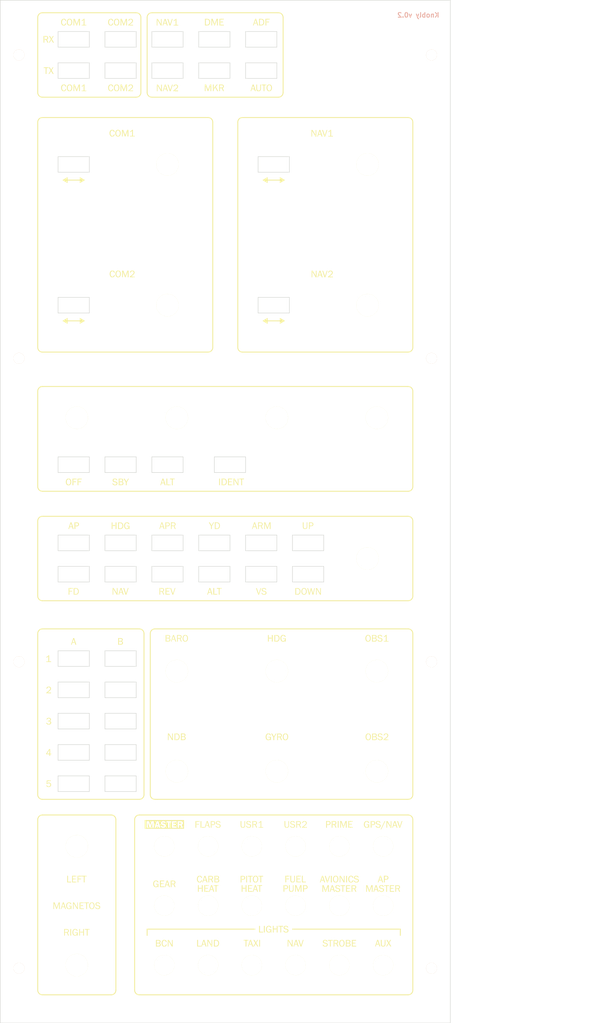
<source format=kicad_pcb>
(kicad_pcb (version 4) (host pcbnew 4.0.2-stable)
  (title_block (title "Front Plate"))
  (layers (0 F.Cu signal) (31 B.Cu signal) (34 B.Paste user) (35 F.Paste user) (36 B.SilkS user) (37 F.SilkS user) (38 B.Mask user) (39 F.Mask user) (44 Edge.Cuts user))
  (net 0 "")
  (module FrontPanelElements:s_master (layer F.Cu) (at 164 314)
    (fp_text reference G*** hide)
    (fp_text value LOGO hide)
  )
  (module FrontPanelElements:s_master (layer F.Cu) (at 150 314)
    (fp_text reference G*** hide)
    (fp_text value LOGO hide)
  )
  (module FrontPanelElements:s_com2 (layer F.Cu) (at 80 37)
    (fp_text reference G*** hide)
    (fp_text value LOGO hide)
  )
  (module FrontPanelElements:s_com1 (layer F.Cu) (at 65 37)
    (fp_text reference G*** hide)
    (fp_text value LOGO hide)
  )
  (module FrontPanelElements:ki_com1 (layer F.Cu) (at 100.5 76)
    (fp_text reference G*** hide)
    (fp_text value LOGO hide)
  )
  (module FrontPanelElements:ki_com1 (layer F.Cu) (at 227.5 101)
    (fp_text reference G*** hide)
    (fp_text value LOGO hide)
  )
  (module FrontPanelElements:ki_com1 (layer F.Cu) (at 234.5 265)
    (fp_text reference G*** hide)
    (fp_text value LOGO hide)
  )
  (module FrontPanelElements:s_com1 (layer F.Cu) (at 65 58)
    (fp_text reference G*** hide)
    (fp_text value LOGO hide)
  )
  (module FrontPanelElements:s_com2 (layer F.Cu) (at 80 58)
    (fp_text reference G*** hide)
    (fp_text value LOGO hide)
  )
  (module FrontPanelElements:s_rx (layer F.Cu) (at 57 42.5)
    (fp_text reference G*** hide)
    (fp_text value LOGO hide)
  )
  (module FrontPanelElements:s_tx (layer F.Cu) (at 57 52.5)
    (fp_text reference G*** hide)
    (fp_text value LOGO hide)
  )
  (module FrontPanelElements:s_nav1 (layer F.Cu) (at 95 37)
    (fp_text reference G*** hide)
    (fp_text value LOGO hide)
  )
  (module FrontPanelElements:s_nav2 (layer F.Cu) (at 95 58)
    (fp_text reference G*** hide)
    (fp_text value LOGO hide)
  )
  (module FrontPanelElements:s_dme (layer F.Cu) (at 110 37)
    (fp_text reference G*** hide)
    (fp_text value LOGO hide)
  )
  (module FrontPanelElements:s_mkr (layer F.Cu) (at 110 58)
    (fp_text reference G*** hide)
    (fp_text value LOGO hide)
  )
  (module FrontPanelElements:s_adf (layer F.Cu) (at 125 37)
    (fp_text reference G*** hide)
    (fp_text value LOGO hide)
  )
  (module FrontPanelElements:s_auto (layer F.Cu) (at 125 58)
    (fp_text reference G*** hide)
    (fp_text value LOGO hide)
  )
  (module FrontPanelElements:s_off (layer F.Cu) (at 65 184)
    (fp_text reference G*** hide)
    (fp_text value LOGO hide)
  )
  (module FrontPanelElements:s_sby (layer F.Cu) (at 80 184)
    (fp_text reference G*** hide)
    (fp_text value LOGO hide)
  )
  (module FrontPanelElements:s_alt (layer F.Cu) (at 95 184)
    (fp_text reference G*** hide)
    (fp_text value LOGO hide)
  )
  (module FrontPanelElements:s_ident (layer F.Cu) (at 115.5 184)
    (fp_text reference G*** hide)
    (fp_text value LOGO hide)
  )
  (module FrontPanelElements:s_obs1 (layer F.Cu) (at 162 234)
    (fp_text reference G*** hide)
    (fp_text value LOGO hide)
  )
  (module FrontPanelElements:s_obs2 (layer F.Cu) (at 162 265.5)
    (fp_text reference G*** hide)
    (fp_text value LOGO hide)
  )
  (module FrontPanelElements:s_gyro (layer F.Cu) (at 130 265.5)
    (fp_text reference G*** hide)
    (fp_text value LOGO hide)
  )
  (module FrontPanelElements:s_hdg (layer F.Cu) (at 130 234)
    (fp_text reference G*** hide)
    (fp_text value LOGO hide)
  )
  (module FrontPanelElements:s_ndb (layer F.Cu) (at 98 265.5)
    (fp_text reference G*** hide)
    (fp_text value LOGO hide)
  )
  (module FrontPanelElements:s_a (layer F.Cu) (at 65 235)
    (fp_text reference G*** hide)
    (fp_text value LOGO hide)
  )
  (module FrontPanelElements:s_b (layer F.Cu) (at 80 235)
    (fp_text reference G*** hide)
    (fp_text value LOGO hide)
  )
  (module FrontPanelElements:s_1 (layer F.Cu) (at 57 240.5)
    (fp_text reference G*** hide)
    (fp_text value LOGO hide)
  )
  (module FrontPanelElements:s_2 (layer F.Cu) (at 57 250.5)
    (fp_text reference G*** hide)
    (fp_text value LOGO hide)
  )
  (module FrontPanelElements:s_3 (layer F.Cu) (at 57 260.5)
    (fp_text reference G*** hide)
    (fp_text value LOGO hide)
  )
  (module FrontPanelElements:s_4 (layer F.Cu) (at 57 270.5)
    (fp_text reference G*** hide)
    (fp_text value LOGO hide)
  )
  (module FrontPanelElements:s_5 (layer F.Cu) (at 57 280.5)
    (fp_text reference G*** hide)
    (fp_text value LOGO hide)
  )
  (module FrontPanelElements:s_taxi (layer F.Cu) (at 122 331.5)
    (fp_text reference G*** hide)
    (fp_text value LOGO hide)
  )
  (module FrontPanelElements:s_nav (layer F.Cu) (at 136 331.5)
    (fp_text reference G*** hide)
    (fp_text value LOGO hide)
  )
  (module FrontPanelElements:s_bcn (layer F.Cu) (at 94 331.5)
    (fp_text reference G*** hide)
    (fp_text value LOGO hide)
  )
  (module FrontPanelElements:s_land (layer F.Cu) (at 108 331.5)
    (fp_text reference G*** hide)
    (fp_text value LOGO hide)
  )
  (module FrontPanelElements:s_strobe (layer F.Cu) (at 150 331.5)
    (fp_text reference G*** hide)
    (fp_text value LOGO hide)
  )
  (module FrontPanelElements:s_fuel (layer F.Cu) (at 136 311)
    (fp_text reference G*** hide)
    (fp_text value LOGO hide)
  )
  (module FrontPanelElements:s_pump (layer F.Cu) (at 136 314)
    (fp_text reference G*** hide)
    (fp_text value LOGO hide)
  )
  (module FrontPanelElements:s_carb (layer F.Cu) (at 108 311)
    (fp_text reference G*** hide)
    (fp_text value LOGO hide)
  )
  (module FrontPanelElements:s_pitot (layer F.Cu) (at 122 311)
    (fp_text reference G*** hide)
    (fp_text value LOGO hide)
  )
  (module FrontPanelElements:s_heat (layer F.Cu) (at 108 314)
    (fp_text reference G*** hide)
    (fp_text value LOGO hide)
  )
  (module FrontPanelElements:s_heat (layer F.Cu) (at 122 314)
    (fp_text reference G*** hide)
    (fp_text value LOGO hide)
  )
  (module FrontPanelElements:s_prime (layer F.Cu) (at 150 293.5)
    (fp_text reference G*** hide)
    (fp_text value LOGO hide)
  )
  (module FrontPanelElements:s_avionics (layer F.Cu) (at 150 311)
    (fp_text reference G*** hide)
    (fp_text value LOGO hide)
  )
  (module FrontPanelElements:s_gpsnav (layer F.Cu) (at 164 293.75)
    (fp_text reference G*** hide)
    (fp_text value LOGO hide)
  )
  (module FrontPanelElements:s_aux (layer F.Cu) (at 164 331.5)
    (fp_text reference G*** hide)
    (fp_text value LOGO hide)
  )
  (module FrontPanelElements:s_lights (layer F.Cu) (at 129 327)
    (fp_text reference G*** hide)
    (fp_text value LOGO hide)
  )
  (module FrontPanelElements:s_gear (layer F.Cu) (at 94 312.5)
    (fp_text reference G*** hide)
    (fp_text value LOGO hide)
  )
  (module FrontPanelElements:s_ap (layer F.Cu) (at 164 311)
    (fp_text reference G*** hide)
    (fp_text value LOGO hide)
  )
  (module FrontPanelElements:i_master (layer F.Cu) (at 94 293.5)
    (fp_text reference G*** hide)
    (fp_text value LOGO hide)
  )
  (module FrontPanelElements:s_flaps (layer F.Cu) (at 108 293.5)
    (fp_text reference G*** hide)
    (fp_text value LOGO hide)
  )
  (module FrontPanelElements:s_left (layer F.Cu) (at 66 311)
    (fp_text reference G*** hide)
    (fp_text value LOGO hide)
  )
  (module FrontPanelElements:s_right (layer F.Cu) (at 66 328)
    (fp_text reference G*** hide)
    (fp_text value LOGO hide)
  )
  (module FrontPanelElements:s_magnetos (layer F.Cu) (at 66 319.5)
    (fp_text reference G*** hide)
    (fp_text value LOGO hide)
  )
  (module FrontPanelElements:s_usr1 (layer F.Cu) (at 122 293.5)
    (fp_text reference G*** hide)
    (fp_text value LOGO hide)
  )
  (module FrontPanelElements:s_usr2 (layer F.Cu) (at 136 293.5)
    (fp_text reference G*** hide)
    (fp_text value LOGO hide)
  )
  (module FrontPanelElements:s_ap (layer F.Cu) (at 65 198)
    (fp_text reference G*** hide)
    (fp_text value LOGO hide)
  )
  (module FrontPanelElements:s_fd (layer F.Cu) (at 65 219)
    (fp_text reference G*** hide)
    (fp_text value LOGO hide)
  )
  (module FrontPanelElements:s_hdg (layer F.Cu) (at 80 198)
    (fp_text reference G*** hide)
    (fp_text value LOGO hide)
  )
  (module FrontPanelElements:s_nav (layer F.Cu) (at 80 219)
    (fp_text reference G*** hide)
    (fp_text value LOGO hide)
  )
  (module FrontPanelElements:s_apr (layer F.Cu) (at 95 198)
    (fp_text reference G*** hide)
    (fp_text value LOGO hide)
  )
  (module FrontPanelElements:s_rev (layer F.Cu) (at 95 219)
    (fp_text reference G*** hide)
    (fp_text value LOGO hide)
  )
  (module FrontPanelElements:s_yd (layer F.Cu) (at 110 198)
    (fp_text reference G*** hide)
    (fp_text value LOGO hide)
  )
  (module FrontPanelElements:s_alt (layer F.Cu) (at 110 219)
    (fp_text reference G*** hide)
    (fp_text value LOGO hide)
  )
  (module FrontPanelElements:s_arm (layer F.Cu) (at 125 198)
    (fp_text reference G*** hide)
    (fp_text value LOGO hide)
  )
  (module FrontPanelElements:s_vs (layer F.Cu) (at 125 219)
    (fp_text reference G*** hide)
    (fp_text value LOGO hide)
  )
  (module FrontPanelElements:s_up (layer F.Cu) (at 140 198)
    (fp_text reference G*** hide)
    (fp_text value LOGO hide)
  )
  (module FrontPanelElements:s_down (layer F.Cu) (at 140 219)
    (fp_text reference G*** hide)
    (fp_text value LOGO hide)
  )
  (module FrontPanelElements:arrow (layer F.Cu) (at 65 87.5)
    (fp_text reference G*** hide)
    (fp_text value LOGO hide)
  )
  (module FrontPanelElements:arrow (layer F.Cu) (at 129 87.5)
    (fp_text reference G*** hide)
    (fp_text value LOGO hide)
  )
  (module FrontPanelElements:arrow (layer F.Cu) (at 129 132.5)
    (fp_text reference G*** hide)
    (fp_text value LOGO hide)
  )
  (module FrontPanelElements:arrow (layer F.Cu) (at 65 132.5)
    (fp_text reference G*** hide)
    (fp_text value LOGO hide)
  )
  (module FrontPanelElements:s_com1 (layer F.Cu) (at 80.5 72.5)
    (fp_text reference G*** hide)
    (fp_text value LOGO hide)
  )
  (module FrontPanelElements:s_com2 (layer F.Cu) (at 80.5 117.5)
    (fp_text reference G*** hide)
    (fp_text value LOGO hide)
  )
  (module FrontPanelElements:s_nav1 (layer F.Cu) (at 144.5 72.5)
    (fp_text reference G*** hide)
    (fp_text value LOGO hide)
  )
  (module FrontPanelElements:s_nav2 (layer F.Cu) (at 144.5 117.5)
    (fp_text reference G*** hide)
    (fp_text value LOGO hide)
  )
  (module Mounting_Holes:M3hole (layer F.Cu) (at 47.5 47.5)
    (fp_text reference REF** hide)
    (fp_text value M3hole)
    (pad "" np_thru_hole circle (at 0 0) (size 3.5 3.5) (drill 3.5) (layers *.Cu *.SilkS *.Mask))
  )
  (module Mounting_Holes:M3hole (layer F.Cu) (at 47.5 339.5)
    (fp_text reference REF** hide)
    (fp_text value M3hole)
    (pad "" np_thru_hole circle (at 0 0) (size 3.5 3.5) (drill 3.5) (layers *.Cu *.SilkS *.Mask))
  )
  (module Mounting_Holes:M3hole (layer F.Cu) (at 47.5 144.5)
    (fp_text reference REF** hide)
    (fp_text value M3hole)
    (pad "" np_thru_hole circle (at 0 0) (size 3.5 3.5) (drill 3.5) (layers *.Cu *.SilkS *.Mask))
  )
  (module Mounting_Holes:M3hole (layer F.Cu) (at 47.5 241.5)
    (fp_text reference REF** hide)
    (fp_text value M3hole)
    (pad "" np_thru_hole circle (at 0 0) (size 3.5 3.5) (drill 3.5) (layers *.Cu *.SilkS *.Mask))
  )
  (module Mounting_Holes:M3hole (layer F.Cu) (at 179.5 144.5)
    (fp_text reference REF** hide)
    (fp_text value M3hole)
    (pad "" np_thru_hole circle (at 0 0) (size 3.5 3.5) (drill 3.5) (layers *.Cu *.SilkS *.Mask))
  )
  (module Mounting_Holes:M3hole (layer F.Cu) (at 179.5 47.5)
    (fp_text reference REF** hide)
    (fp_text value M3hole)
    (pad "" np_thru_hole circle (at 0 0) (size 3.5 3.5) (drill 3.5) (layers *.Cu *.SilkS *.Mask))
  )
  (module Mounting_Holes:M3hole (layer F.Cu) (at 179.5 241.5)
    (fp_text reference REF** hide)
    (fp_text value M3hole)
    (pad "" np_thru_hole circle (at 0 0) (size 3.5 3.5) (drill 3.5) (layers *.Cu *.SilkS *.Mask))
  )
  (module Mounting_Holes:M3hole (layer F.Cu) (at 179.5 339.5)
    (fp_text reference REF** hide)
    (fp_text value M3hole)
    (pad "" np_thru_hole circle (at 0 0) (size 3.5 3.5) (drill 3.5) (layers *.Cu *.SilkS *.Mask))
  )
  (module Mounting_Holes:M7hole (layer F.Cu) (at 66 338.5)
    (fp_text reference REF** hide)
    (fp_text value M7hole)
    (pad "" np_thru_hole circle (at 0 0) (size 7.2 7.2) (drill 7.2) (layers *.Cu *.Mask F.SilkS))
  )
  (module Mounting_Holes:M7hole (layer F.Cu) (at 66 300.5)
    (fp_text reference REF** hide)
    (fp_text value M7hole)
    (pad "" np_thru_hole circle (at 0 0) (size 7.2 7.2) (drill 7.2) (layers *.Cu *.Mask F.SilkS))
  )
  (module Mounting_Holes:M7hole (layer F.Cu) (at 162 276.5)
    (fp_text reference REF** hide)
    (fp_text value M7hole)
    (pad "" np_thru_hole circle (at 0 0) (size 7.2 7.2) (drill 7.2) (layers *.Cu *.Mask F.SilkS))
  )
  (module Mounting_Holes:M7hole (layer F.Cu) (at 130 276.5)
    (fp_text reference REF** hide)
    (fp_text value M7hole)
    (pad "" np_thru_hole circle (at 0 0) (size 7.2 7.2) (drill 7.2) (layers *.Cu *.Mask F.SilkS))
  )
  (module Mounting_Holes:M7hole (layer F.Cu) (at 98 244.5)
    (fp_text reference REF** hide)
    (fp_text value M7hole)
    (pad "" np_thru_hole circle (at 0 0) (size 7.2 7.2) (drill 7.2) (layers *.Cu *.Mask F.SilkS))
  )
  (module Mounting_Holes:M7hole (layer F.Cu) (at 98 276.5)
    (fp_text reference REF** hide)
    (fp_text value M7hole)
    (pad "" np_thru_hole circle (at 0 0) (size 7.2 7.2) (drill 7.2) (layers *.Cu *.Mask F.SilkS))
  )
  (module Mounting_Holes:M7hole (layer F.Cu) (at 130 244.5)
    (fp_text reference REF** hide)
    (fp_text value M7hole)
    (pad "" np_thru_hole circle (at 0 0) (size 7.2 7.2) (drill 7.2) (layers *.Cu *.Mask F.SilkS))
  )
  (module Mounting_Holes:M7hole (layer F.Cu) (at 162 244.5)
    (fp_text reference REF** hide)
    (fp_text value M7hole)
    (pad "" np_thru_hole circle (at 0 0) (size 7.2 7.2) (drill 7.2) (layers *.Cu *.Mask F.SilkS))
  )
  (module Mounting_Holes:M7hole (layer F.Cu) (at 159 208.5)
    (fp_text reference REF** hide)
    (fp_text value M7hole)
    (pad "" np_thru_hole circle (at 0 0) (size 7.2 7.2) (drill 7.2) (layers *.Cu *.Mask F.SilkS))
  )
  (module Mounting_Holes:M7hole (layer F.Cu) (at 162 163.5)
    (fp_text reference REF** hide)
    (fp_text value M7hole)
    (pad "" np_thru_hole circle (at 0 0) (size 7.2 7.2) (drill 7.2) (layers *.Cu *.Mask F.SilkS))
  )
  (module Mounting_Holes:M7hole (layer F.Cu) (at 130 163.5)
    (fp_text reference REF** hide)
    (fp_text value M7hole)
    (pad "" np_thru_hole circle (at 0 0) (size 7.2 7.2) (drill 7.2) (layers *.Cu *.Mask F.SilkS))
  )
  (module Mounting_Holes:M7hole (layer F.Cu) (at 98 163.5)
    (fp_text reference REF** hide)
    (fp_text value M7hole)
    (pad "" np_thru_hole circle (at 0 0) (size 7.2 7.2) (drill 7.2) (layers *.Cu *.Mask F.SilkS))
  )
  (module Mounting_Holes:M7hole (layer F.Cu) (at 66 163.5)
    (fp_text reference REF** hide)
    (fp_text value M7hole)
    (pad "" np_thru_hole circle (at 0 0) (size 7.2 7.2) (drill 7.2) (layers *.Cu *.Mask F.SilkS))
  )
  (module Mounting_Holes:M7hole (layer F.Cu) (at 95 127.5)
    (fp_text reference REF** hide)
    (fp_text value M7hole)
    (pad "" np_thru_hole circle (at 0 0) (size 7.2 7.2) (drill 7.2) (layers *.Cu *.Mask F.SilkS))
  )
  (module Mounting_Holes:M7hole (layer F.Cu) (at 159 127.5)
    (fp_text reference REF** hide)
    (fp_text value M7hole)
    (pad "" np_thru_hole circle (at 0 0) (size 7.2 7.2) (drill 7.2) (layers *.Cu *.Mask F.SilkS))
  )
  (module Mounting_Holes:M7hole (layer F.Cu) (at 159 82.5)
    (fp_text reference REF** hide)
    (fp_text value M7hole)
    (pad "" np_thru_hole circle (at 0 0) (size 7.2 7.2) (drill 7.2) (layers *.Cu *.Mask F.SilkS))
  )
  (module Mounting_Holes:M7hole (layer F.Cu) (at 95 82.5)
    (fp_text reference REF** hide)
    (fp_text value M7hole)
    (pad "" np_thru_hole circle (at 0 0) (size 7.2 7.2) (drill 7.2) (layers *.Cu *.Mask F.SilkS))
  )
  (module Mounting_Holes:M6hole (layer F.Cu) (at 164 319.5)
    (fp_text reference REF** hide)
    (fp_text value M6hole)
    (pad "" np_thru_hole circle (at 0 0) (size 6.5 6.5) (drill 6.5) (layers *.Cu *.Mask F.SilkS))
  )
  (module Mounting_Holes:M6hole (layer F.Cu) (at 164 338.5)
    (fp_text reference REF** hide)
    (fp_text value M6hole)
    (pad "" np_thru_hole circle (at 0 0) (size 6.5 6.5) (drill 6.5) (layers *.Cu *.Mask F.SilkS))
  )
  (module Mounting_Holes:M6hole (layer F.Cu) (at 164 300.5)
    (fp_text reference REF** hide)
    (fp_text value M6hole)
    (pad "" np_thru_hole circle (at 0 0) (size 6.5 6.5) (drill 6.5) (layers *.Cu *.Mask F.SilkS))
  )
  (module Mounting_Holes:M6hole (layer F.Cu) (at 136 300.5)
    (fp_text reference REF** hide)
    (fp_text value M6hole)
    (pad "" np_thru_hole circle (at 0 0) (size 6.5 6.5) (drill 6.5) (layers *.Cu *.Mask F.SilkS))
  )
  (module Mounting_Holes:M6hole (layer F.Cu) (at 150 319.5)
    (fp_text reference REF** hide)
    (fp_text value M6hole)
    (pad "" np_thru_hole circle (at 0 0) (size 6.5 6.5) (drill 6.5) (layers *.Cu *.Mask F.SilkS))
  )
  (module Mounting_Holes:M6hole (layer F.Cu) (at 150 300.5)
    (fp_text reference REF** hide)
    (fp_text value M6hole)
    (pad "" np_thru_hole circle (at 0 0) (size 6.5 6.5) (drill 6.5) (layers *.Cu *.Mask F.SilkS))
  )
  (module Mounting_Holes:M6hole (layer F.Cu) (at 136 319.5)
    (fp_text reference REF** hide)
    (fp_text value M6hole)
    (pad "" np_thru_hole circle (at 0 0) (size 6.5 6.5) (drill 6.5) (layers *.Cu *.Mask F.SilkS))
  )
  (module Mounting_Holes:M6hole (layer F.Cu) (at 150 338.5)
    (fp_text reference REF** hide)
    (fp_text value M6hole)
    (pad "" np_thru_hole circle (at 0 0) (size 6.5 6.5) (drill 6.5) (layers *.Cu *.Mask F.SilkS))
  )
  (module Mounting_Holes:M6hole (layer F.Cu) (at 136 338.5)
    (fp_text reference REF** hide)
    (fp_text value M6hole)
    (pad "" np_thru_hole circle (at 0 0) (size 6.5 6.5) (drill 6.5) (layers *.Cu *.Mask F.SilkS))
  )
  (module Mounting_Holes:M6hole (layer F.Cu) (at 122 319.5)
    (fp_text reference REF** hide)
    (fp_text value M6hole)
    (pad "" np_thru_hole circle (at 0 0) (size 6.5 6.5) (drill 6.5) (layers *.Cu *.Mask F.SilkS))
  )
  (module Mounting_Holes:M6hole (layer F.Cu) (at 122 300.5)
    (fp_text reference REF** hide)
    (fp_text value M6hole)
    (pad "" np_thru_hole circle (at 0 0) (size 6.5 6.5) (drill 6.5) (layers *.Cu *.Mask F.SilkS))
  )
  (module Mounting_Holes:M6hole (layer F.Cu) (at 122 338.5)
    (fp_text reference REF** hide)
    (fp_text value M6hole)
    (pad "" np_thru_hole circle (at 0 0) (size 6.5 6.5) (drill 6.5) (layers *.Cu *.Mask F.SilkS))
  )
  (module Mounting_Holes:M6hole (layer F.Cu) (at 108 319.5)
    (fp_text reference REF** hide)
    (fp_text value M6hole)
    (pad "" np_thru_hole circle (at 0 0) (size 6.5 6.5) (drill 6.5) (layers *.Cu *.Mask F.SilkS))
  )
  (module Mounting_Holes:M6hole (layer F.Cu) (at 108 338.5)
    (fp_text reference REF** hide)
    (fp_text value M6hole)
    (pad "" np_thru_hole circle (at 0 0) (size 6.5 6.5) (drill 6.5) (layers *.Cu *.Mask F.SilkS))
  )
  (module Mounting_Holes:M6hole (layer F.Cu) (at 94 338.5)
    (fp_text reference REF** hide)
    (fp_text value M6hole)
    (pad "" np_thru_hole circle (at 0 0) (size 6.5 6.5) (drill 6.5) (layers *.Cu *.Mask F.SilkS))
  )
  (module Mounting_Holes:M6hole (layer F.Cu) (at 94 319.5)
    (fp_text reference REF** hide)
    (fp_text value M6hole)
    (pad "" np_thru_hole circle (at 0 0) (size 6.5 6.5) (drill 6.5) (layers *.Cu *.Mask F.SilkS))
  )
  (module Mounting_Holes:M6hole (layer F.Cu) (at 94 300.5)
    (fp_text reference REF** hide)
    (fp_text value M6hole)
    (pad "" np_thru_hole circle (at 0 0) (size 6.5 6.5) (drill 6.5) (layers *.Cu *.Mask F.SilkS))
  )
  (module Mounting_Holes:M6hole (layer F.Cu) (at 108 300.5)
    (fp_text reference REF** hide)
    (fp_text value M6hole)
    (pad "" np_thru_hole circle (at 0 0) (size 6.5 6.5) (drill 6.5) (layers *.Cu *.Mask F.SilkS))
  )
  (module FrontPanelElements:s_baro (layer F.Cu) (at 98 234)
    (fp_text reference G*** hide)
    (fp_text value LOGO hide)
  )
  (gr_text "Knobly v0.2" (at 175.25 34.75) (layer B.SilkS) (effects (font (size 1.5 1.5) (thickness 0.3)) (justify mirror)))
  (gr_line (start 169.5 327) (end 169.5 329) (layer F.SilkS) (width 0.3))
  (gr_line (start 135 327) (end 169.5 327) (layer F.SilkS) (width 0.3))
  (gr_line (start 88.5 327) (end 88.5 329) (layer F.SilkS) (width 0.3))
  (gr_line (start 123 327) (end 88.5 327) (layer F.SilkS) (width 0.3))
  (gr_arc (start 86 346.5) (end 86 348) (angle 90) (layer F.SilkS) (width 0.3))
  (gr_arc (start 172 346.5) (end 173.5 346.5) (angle 90) (layer F.SilkS) (width 0.3))
  (gr_line (start 86 348) (end 172 348) (layer F.SilkS) (width 0.3))
  (gr_line (start 84.5 292) (end 84.5 346.5) (layer F.SilkS) (width 0.3))
  (gr_line (start 173.5 292) (end 173.5 346.5) (layer F.SilkS) (width 0.3))
  (gr_arc (start 86 292) (end 84.5 292) (angle 90) (layer F.SilkS) (width 0.3))
  (gr_line (start 172 290.5) (end 86 290.5) (layer F.SilkS) (width 0.3))
  (gr_arc (start 172 292) (end 172 290.5) (angle 90) (layer F.SilkS) (width 0.3))
  (gr_arc (start 172 284) (end 173.5 284) (angle 90) (layer F.SilkS) (width 0.3))
  (gr_line (start 173.5 232.5) (end 173.5 284) (layer F.SilkS) (width 0.3))
  (gr_arc (start 172 232.5) (end 172 231) (angle 90) (layer F.SilkS) (width 0.3))
  (gr_arc (start 91 232.5) (end 89.5 232.5) (angle 90) (layer F.SilkS) (width 0.3))
  (gr_line (start 172 231) (end 91 231) (layer F.SilkS) (width 0.3))
  (gr_line (start 91 285.5) (end 172 285.5) (layer F.SilkS) (width 0.3))
  (gr_arc (start 91 284) (end 91 285.5) (angle 90) (layer F.SilkS) (width 0.3))
  (gr_line (start 89.5 232.5) (end 89.5 284) (layer F.SilkS) (width 0.3))
  (gr_line (start 55 231) (end 86 231) (layer F.SilkS) (width 0.3))
  (gr_line (start 55 285.5) (end 86 285.5) (layer F.SilkS) (width 0.3))
  (gr_arc (start 77 346.5) (end 78.5 346.5) (angle 90) (layer F.SilkS) (width 0.3))
  (gr_arc (start 55 346.5) (end 55 348) (angle 90) (layer F.SilkS) (width 0.3))
  (gr_line (start 78.5 292) (end 78.5 346.5) (layer F.SilkS) (width 0.3))
  (gr_line (start 53.5 292) (end 53.5 346.5) (layer F.SilkS) (width 0.3))
  (gr_line (start 77 348) (end 55 348) (layer F.SilkS) (width 0.3))
  (gr_line (start 77 290.5) (end 55 290.5) (layer F.SilkS) (width 0.3))
  (gr_arc (start 55 292) (end 53.5 292) (angle 90) (layer F.SilkS) (width 0.3))
  (gr_arc (start 77 292) (end 77 290.5) (angle 90) (layer F.SilkS) (width 0.3))
  (gr_arc (start 55 284) (end 55 285.5) (angle 90) (layer F.SilkS) (width 0.3))
  (gr_arc (start 86 284) (end 87.5 284) (angle 90) (layer F.SilkS) (width 0.3))
  (gr_line (start 53.5 232.5) (end 53.5 284) (layer F.SilkS) (width 0.3))
  (gr_line (start 87.5 232.5) (end 87.5 284) (layer F.SilkS) (width 0.3))
  (gr_arc (start 55 232.5) (end 53.5 232.5) (angle 90) (layer F.SilkS) (width 0.3))
  (gr_arc (start 86 232.5) (end 86 231) (angle 90) (layer F.SilkS) (width 0.3))
  (gr_arc (start 172 196.5) (end 172 195) (angle 90) (layer F.SilkS) (width 0.3))
  (gr_line (start 172 195) (end 55 195) (layer F.SilkS) (width 0.3))
  (gr_arc (start 55 196.5) (end 53.5 196.5) (angle 90) (layer F.SilkS) (width 0.3))
  (gr_line (start 53.5 196.5) (end 53.5 220.5) (layer F.SilkS) (width 0.3))
  (gr_line (start 173.5 196.5) (end 173.5 220.5) (layer F.SilkS) (width 0.3))
  (gr_arc (start 55 220.5) (end 55 222) (angle 90) (layer F.SilkS) (width 0.3))
  (gr_arc (start 172 220.5) (end 173.5 220.5) (angle 90) (layer F.SilkS) (width 0.3))
  (gr_line (start 172 222) (end 55 222) (layer F.SilkS) (width 0.3))
  (gr_arc (start 172 185.5) (end 173.5 185.5) (angle 90) (layer F.SilkS) (width 0.3))
  (gr_arc (start 172 155) (end 172 153.5) (angle 90) (layer F.SilkS) (width 0.3))
  (gr_line (start 173.5 155) (end 173.5 185.5) (layer F.SilkS) (width 0.3))
  (gr_line (start 172 187) (end 55 187) (layer F.SilkS) (width 0.3))
  (gr_arc (start 55 185.5) (end 55 187) (angle 90) (layer F.SilkS) (width 0.3))
  (gr_line (start 172 153.5) (end 54.5 153.5) (layer F.SilkS) (width 0.3))
  (gr_arc (start 55 155) (end 53.5 155) (angle 90) (layer F.SilkS) (width 0.3))
  (gr_line (start 53.5 155) (end 53.5 185.5) (layer F.SilkS) (width 0.3))
  (gr_arc (start 172 141) (end 173.5 141) (angle 90) (layer F.SilkS) (width 0.3))
  (gr_line (start 172 142.5) (end 119 142.5) (layer F.SilkS) (width 0.3))
  (gr_arc (start 119 141) (end 119 142.5) (angle 90) (layer F.SilkS) (width 0.3))
  (gr_line (start 173.5 69) (end 173.5 141) (layer F.SilkS) (width 0.3))
  (gr_arc (start 172 69) (end 172 67.5) (angle 90) (layer F.SilkS) (width 0.3))
  (gr_line (start 172 67.5) (end 119 67.5) (layer F.SilkS) (width 0.3))
  (gr_line (start 117.5 69) (end 117.5 141) (layer F.SilkS) (width 0.3))
  (gr_arc (start 119 69) (end 117.5 69) (angle 90) (layer F.SilkS) (width 0.3))
  (gr_arc (start 108 141) (end 109.5 141) (angle 90) (layer F.SilkS) (width 0.3))
  (gr_arc (start 55 141) (end 55 142.5) (angle 90) (layer F.SilkS) (width 0.3))
  (gr_line (start 108 142.5) (end 55 142.5) (layer F.SilkS) (width 0.3))
  (gr_line (start 53.5 69) (end 53.5 141) (layer F.SilkS) (width 0.3))
  (gr_arc (start 55 69) (end 53.5 69) (angle 90) (layer F.SilkS) (width 0.3))
  (gr_line (start 109.5 69) (end 109.5 141) (layer F.SilkS) (width 0.3))
  (gr_arc (start 108 69) (end 108 67.5) (angle 90) (layer F.SilkS) (width 0.3))
  (gr_line (start 108 67.5) (end 55 67.5) (layer F.SilkS) (width 0.3))
  (gr_line (start 90 34) (end 130.5 34) (layer F.SilkS) (width 0.3))
  (gr_line (start 90 61) (end 130.5 61) (layer F.SilkS) (width 0.3))
  (gr_line (start 132 35.5) (end 132 59.5) (layer F.SilkS) (width 0.3))
  (gr_line (start 88.5 35.5) (end 88.5 59.5) (layer F.SilkS) (width 0.3))
  (gr_arc (start 90 59.5) (end 90 61) (angle 90) (layer F.SilkS) (width 0.3))
  (gr_arc (start 130.5 59.5) (end 132 59.5) (angle 90) (layer F.SilkS) (width 0.3))
  (gr_arc (start 130.5 35.5) (end 130.5 34) (angle 90) (layer F.SilkS) (width 0.3))
  (gr_arc (start 90 35.5) (end 88.5 35.5) (angle 90) (layer F.SilkS) (width 0.3))
  (gr_line (start 85 61) (end 55 61) (layer F.SilkS) (width 0.3))
  (gr_line (start 86.5 35.5) (end 86.5 59.5) (layer F.SilkS) (width 0.3))
  (gr_arc (start 85 59.5) (end 86.5 59.5) (angle 90) (layer F.SilkS) (width 0.3))
  (gr_arc (start 85 35.5) (end 85 34) (angle 90) (layer F.SilkS) (width 0.3))
  (gr_arc (start 55 59.5) (end 55 61) (angle 90) (layer F.SilkS) (width 0.3))
  (gr_line (start 53.5 35.5) (end 53.5 59.5) (layer F.SilkS) (width 0.3))
  (gr_arc (start 55 35.5) (end 53.5 35.5) (angle 90) (layer F.SilkS) (width 0.3))
  (gr_line (start 85 34) (end 55 34) (layer F.SilkS) (width 0.3))
  (gr_line (start 41.5 357) (end 41.5 30) (layer Edge.Cuts) (width 0.15))
  (gr_line (start 185.5 357) (end 41.5 357) (layer Edge.Cuts) (width 0.15))
  (gr_line (start 185.5 30) (end 185.5 357) (layer Edge.Cuts) (width 0.15))
  (gr_line (start 41.5 30) (end 185.5 30) (layer Edge.Cuts) (width 0.15))
  (gr_line (start 60 283) (end 60 278) (layer Edge.Cuts) (width 0.15))
  (gr_line (start 70 278) (end 70 283) (layer Edge.Cuts) (width 0.15))
  (gr_line (start 60 278) (end 70 278) (layer Edge.Cuts) (width 0.15))
  (gr_line (start 70 283) (end 60 283) (layer Edge.Cuts) (width 0.15))
  (gr_line (start 85 283) (end 75 283) (layer Edge.Cuts) (width 0.15))
  (gr_line (start 85 278) (end 85 283) (layer Edge.Cuts) (width 0.15))
  (gr_line (start 75 283) (end 75 278) (layer Edge.Cuts) (width 0.15))
  (gr_line (start 75 278) (end 85 278) (layer Edge.Cuts) (width 0.15))
  (gr_line (start 60 273) (end 60 268) (layer Edge.Cuts) (width 0.15))
  (gr_line (start 60 268) (end 70 268) (layer Edge.Cuts) (width 0.15))
  (gr_line (start 70 258) (end 70 263) (layer Edge.Cuts) (width 0.15))
  (gr_line (start 60 258) (end 70 258) (layer Edge.Cuts) (width 0.15))
  (gr_line (start 70 263) (end 60 263) (layer Edge.Cuts) (width 0.15))
  (gr_line (start 70 273) (end 60 273) (layer Edge.Cuts) (width 0.15))
  (gr_line (start 70 268) (end 70 273) (layer Edge.Cuts) (width 0.15))
  (gr_line (start 60 263) (end 60 258) (layer Edge.Cuts) (width 0.15))
  (gr_line (start 85 273) (end 75 273) (layer Edge.Cuts) (width 0.15))
  (gr_line (start 75 273) (end 75 268) (layer Edge.Cuts) (width 0.15))
  (gr_line (start 75 263) (end 75 258) (layer Edge.Cuts) (width 0.15))
  (gr_line (start 75 258) (end 85 258) (layer Edge.Cuts) (width 0.15))
  (gr_line (start 85 258) (end 85 263) (layer Edge.Cuts) (width 0.15))
  (gr_line (start 85 268) (end 85 273) (layer Edge.Cuts) (width 0.15))
  (gr_line (start 75 268) (end 85 268) (layer Edge.Cuts) (width 0.15))
  (gr_line (start 85 263) (end 75 263) (layer Edge.Cuts) (width 0.15))
  (gr_line (start 85 253) (end 75 253) (layer Edge.Cuts) (width 0.15))
  (gr_line (start 60 253) (end 60 248) (layer Edge.Cuts) (width 0.15))
  (gr_line (start 60 248) (end 70 248) (layer Edge.Cuts) (width 0.15))
  (gr_line (start 70 248) (end 70 253) (layer Edge.Cuts) (width 0.15))
  (gr_line (start 85 248) (end 85 253) (layer Edge.Cuts) (width 0.15))
  (gr_line (start 75 253) (end 75 248) (layer Edge.Cuts) (width 0.15))
  (gr_line (start 75 248) (end 85 248) (layer Edge.Cuts) (width 0.15))
  (gr_line (start 70 253) (end 60 253) (layer Edge.Cuts) (width 0.15))
  (gr_line (start 85 243) (end 75 243) (layer Edge.Cuts) (width 0.15))
  (gr_line (start 75 243) (end 75 238) (layer Edge.Cuts) (width 0.15))
  (gr_line (start 75 238) (end 85 238) (layer Edge.Cuts) (width 0.15))
  (gr_line (start 85 238) (end 85 243) (layer Edge.Cuts) (width 0.15))
  (gr_line (start 70 243) (end 60 243) (layer Edge.Cuts) (width 0.15))
  (gr_line (start 60 238) (end 70 238) (layer Edge.Cuts) (width 0.15))
  (gr_line (start 70 238) (end 70 243) (layer Edge.Cuts) (width 0.15))
  (gr_line (start 60 243) (end 60 238) (layer Edge.Cuts) (width 0.15))
  (gr_line (start 145 216) (end 135 216) (layer Edge.Cuts) (width 0.15))
  (gr_line (start 135 216) (end 135 211) (layer Edge.Cuts) (width 0.15))
  (gr_line (start 145 206) (end 135 206) (layer Edge.Cuts) (width 0.15))
  (gr_line (start 135 211) (end 145 211) (layer Edge.Cuts) (width 0.15))
  (gr_line (start 145 211) (end 145 216) (layer Edge.Cuts) (width 0.15))
  (gr_line (start 135 201) (end 145 201) (layer Edge.Cuts) (width 0.15))
  (gr_line (start 145 201) (end 145 206) (layer Edge.Cuts) (width 0.15))
  (gr_line (start 135 206) (end 135 201) (layer Edge.Cuts) (width 0.15))
  (gr_line (start 130 201) (end 130 206) (layer Edge.Cuts) (width 0.15))
  (gr_line (start 120 206) (end 120 201) (layer Edge.Cuts) (width 0.15))
  (gr_line (start 130 206) (end 120 206) (layer Edge.Cuts) (width 0.15))
  (gr_line (start 120 216) (end 120 211) (layer Edge.Cuts) (width 0.15))
  (gr_line (start 120 211) (end 130 211) (layer Edge.Cuts) (width 0.15))
  (gr_line (start 130 211) (end 130 216) (layer Edge.Cuts) (width 0.15))
  (gr_line (start 120 201) (end 130 201) (layer Edge.Cuts) (width 0.15))
  (gr_line (start 130 216) (end 120 216) (layer Edge.Cuts) (width 0.15))
  (gr_line (start 115 216) (end 105 216) (layer Edge.Cuts) (width 0.15))
  (gr_line (start 105 216) (end 105 211) (layer Edge.Cuts) (width 0.15))
  (gr_line (start 115 206) (end 105 206) (layer Edge.Cuts) (width 0.15))
  (gr_line (start 105 211) (end 115 211) (layer Edge.Cuts) (width 0.15))
  (gr_line (start 115 211) (end 115 216) (layer Edge.Cuts) (width 0.15))
  (gr_line (start 105 201) (end 115 201) (layer Edge.Cuts) (width 0.15))
  (gr_line (start 115 201) (end 115 206) (layer Edge.Cuts) (width 0.15))
  (gr_line (start 105 206) (end 105 201) (layer Edge.Cuts) (width 0.15))
  (gr_line (start 100 201) (end 100 206) (layer Edge.Cuts) (width 0.15))
  (gr_line (start 90 206) (end 90 201) (layer Edge.Cuts) (width 0.15))
  (gr_line (start 100 206) (end 90 206) (layer Edge.Cuts) (width 0.15))
  (gr_line (start 90 216) (end 90 211) (layer Edge.Cuts) (width 0.15))
  (gr_line (start 90 211) (end 100 211) (layer Edge.Cuts) (width 0.15))
  (gr_line (start 100 211) (end 100 216) (layer Edge.Cuts) (width 0.15))
  (gr_line (start 90 201) (end 100 201) (layer Edge.Cuts) (width 0.15))
  (gr_line (start 100 216) (end 90 216) (layer Edge.Cuts) (width 0.15))
  (gr_line (start 85 216) (end 75 216) (layer Edge.Cuts) (width 0.15))
  (gr_line (start 85 201) (end 85 206) (layer Edge.Cuts) (width 0.15))
  (gr_line (start 85 206) (end 75 206) (layer Edge.Cuts) (width 0.15))
  (gr_line (start 75 206) (end 75 201) (layer Edge.Cuts) (width 0.15))
  (gr_line (start 75 216) (end 75 211) (layer Edge.Cuts) (width 0.15))
  (gr_line (start 85 211) (end 85 216) (layer Edge.Cuts) (width 0.15))
  (gr_line (start 75 201) (end 85 201) (layer Edge.Cuts) (width 0.15))
  (gr_line (start 75 211) (end 85 211) (layer Edge.Cuts) (width 0.15))
  (gr_line (start 60 211) (end 70 211) (layer Edge.Cuts) (width 0.15))
  (gr_line (start 70 211) (end 70 216) (layer Edge.Cuts) (width 0.15))
  (gr_line (start 70 216) (end 60 216) (layer Edge.Cuts) (width 0.15))
  (gr_line (start 60 216) (end 60 211) (layer Edge.Cuts) (width 0.15))
  (gr_line (start 60 201) (end 70 201) (layer Edge.Cuts) (width 0.15))
  (gr_line (start 70 201) (end 70 206) (layer Edge.Cuts) (width 0.15))
  (gr_line (start 70 206) (end 60 206) (layer Edge.Cuts) (width 0.15))
  (gr_line (start 60 206) (end 60 201) (layer Edge.Cuts) (width 0.15))
  (gr_line (start 110 181) (end 110 176) (layer Edge.Cuts) (width 0.15))
  (gr_line (start 110 176) (end 120 176) (layer Edge.Cuts) (width 0.15))
  (gr_line (start 120 176) (end 120 181) (layer Edge.Cuts) (width 0.15))
  (gr_line (start 120 181) (end 110 181) (layer Edge.Cuts) (width 0.15))
  (gr_line (start 90 181) (end 90 176) (layer Edge.Cuts) (width 0.15))
  (gr_line (start 90 176) (end 100 176) (layer Edge.Cuts) (width 0.15))
  (gr_line (start 100 176) (end 100 181) (layer Edge.Cuts) (width 0.15))
  (gr_line (start 100 181) (end 90 181) (layer Edge.Cuts) (width 0.15))
  (gr_line (start 75 181) (end 75 176) (layer Edge.Cuts) (width 0.15))
  (gr_line (start 75 176) (end 85 176) (layer Edge.Cuts) (width 0.15))
  (gr_line (start 85 176) (end 85 181) (layer Edge.Cuts) (width 0.15))
  (gr_line (start 85 181) (end 75 181) (layer Edge.Cuts) (width 0.15))
  (gr_line (start 60 181) (end 60 176) (layer Edge.Cuts) (width 0.15))
  (gr_line (start 60 176) (end 70 176) (layer Edge.Cuts) (width 0.15))
  (gr_line (start 70 176) (end 70 181) (layer Edge.Cuts) (width 0.15))
  (gr_line (start 70 181) (end 60 181) (layer Edge.Cuts) (width 0.15))
  (gr_line (start 134 130) (end 124 130) (layer Edge.Cuts) (width 0.15))
  (gr_line (start 124 130) (end 124 125) (layer Edge.Cuts) (width 0.15))
  (gr_line (start 124 125) (end 134 125) (layer Edge.Cuts) (width 0.15))
  (gr_line (start 134 125) (end 134 130) (layer Edge.Cuts) (width 0.15))
  (gr_line (start 70 130) (end 60 130) (layer Edge.Cuts) (width 0.15))
  (gr_line (start 60 130) (end 60 125) (layer Edge.Cuts) (width 0.15))
  (gr_line (start 60 125) (end 70 125) (layer Edge.Cuts) (width 0.15))
  (gr_line (start 70 125) (end 70 130) (layer Edge.Cuts) (width 0.15))
  (gr_line (start 134 80) (end 134 85) (layer Edge.Cuts) (width 0.15))
  (gr_line (start 124 85) (end 124 80) (layer Edge.Cuts) (width 0.15))
  (gr_line (start 134 85) (end 124 85) (layer Edge.Cuts) (width 0.15))
  (gr_line (start 124 80) (end 134 80) (layer Edge.Cuts) (width 0.15))
  (gr_line (start 70 80) (end 70 85) (layer Edge.Cuts) (width 0.15))
  (gr_line (start 60 85) (end 60 80) (layer Edge.Cuts) (width 0.15))
  (gr_line (start 70 85) (end 60 85) (layer Edge.Cuts) (width 0.15))
  (gr_line (start 60 80) (end 70 80) (layer Edge.Cuts) (width 0.15))
  (gr_line (start 130 50) (end 130 55) (layer Edge.Cuts) (width 0.15))
  (gr_line (start 115 55) (end 105 55) (layer Edge.Cuts) (width 0.15))
  (gr_line (start 115 50) (end 115 55) (layer Edge.Cuts) (width 0.15))
  (gr_line (start 105 50) (end 115 50) (layer Edge.Cuts) (width 0.15))
  (gr_line (start 120 50) (end 130 50) (layer Edge.Cuts) (width 0.15))
  (gr_line (start 120 55) (end 120 50) (layer Edge.Cuts) (width 0.15))
  (gr_line (start 130 55) (end 120 55) (layer Edge.Cuts) (width 0.15))
  (gr_line (start 105 55) (end 105 50) (layer Edge.Cuts) (width 0.15))
  (gr_line (start 100 55) (end 90 55) (layer Edge.Cuts) (width 0.15))
  (gr_line (start 90 50) (end 100 50) (layer Edge.Cuts) (width 0.15))
  (gr_line (start 90 55) (end 90 50) (layer Edge.Cuts) (width 0.15))
  (gr_line (start 100 50) (end 100 55) (layer Edge.Cuts) (width 0.15))
  (gr_line (start 85 50) (end 85 55) (layer Edge.Cuts) (width 0.15))
  (gr_line (start 75 50) (end 85 50) (layer Edge.Cuts) (width 0.15))
  (gr_line (start 85 55) (end 75 55) (layer Edge.Cuts) (width 0.15))
  (gr_line (start 75 55) (end 75 50) (layer Edge.Cuts) (width 0.15))
  (gr_line (start 60 50) (end 70 50) (layer Edge.Cuts) (width 0.15))
  (gr_line (start 70 50) (end 70 55) (layer Edge.Cuts) (width 0.15))
  (gr_line (start 60 55) (end 60 50) (layer Edge.Cuts) (width 0.15))
  (gr_line (start 70 55) (end 60 55) (layer Edge.Cuts) (width 0.15))
  (gr_line (start 120 45) (end 120 40) (layer Edge.Cuts) (width 0.15))
  (gr_line (start 130 45) (end 120 45) (layer Edge.Cuts) (width 0.15))
  (gr_line (start 130 40) (end 130 45) (layer Edge.Cuts) (width 0.15))
  (gr_line (start 120 40) (end 130 40) (layer Edge.Cuts) (width 0.15))
  (gr_line (start 105 45) (end 105 40) (layer Edge.Cuts) (width 0.15))
  (gr_line (start 100 45) (end 90 45) (layer Edge.Cuts) (width 0.15))
  (gr_line (start 100 40) (end 100 45) (layer Edge.Cuts) (width 0.15))
  (gr_line (start 90 40) (end 100 40) (layer Edge.Cuts) (width 0.15))
  (gr_line (start 105 40) (end 115 40) (layer Edge.Cuts) (width 0.15))
  (gr_line (start 90 45) (end 90 40) (layer Edge.Cuts) (width 0.15))
  (gr_line (start 115 45) (end 105 45) (layer Edge.Cuts) (width 0.15))
  (gr_line (start 115 40) (end 115 45) (layer Edge.Cuts) (width 0.15))
  (gr_line (start 75 45) (end 75 40) (layer Edge.Cuts) (width 0.15))
  (gr_line (start 85 45) (end 75 45) (layer Edge.Cuts) (width 0.15))
  (gr_line (start 85 40) (end 85 45) (layer Edge.Cuts) (width 0.15))
  (gr_line (start 75 40) (end 85 40) (layer Edge.Cuts) (width 0.15))
  (gr_line (start 60 45) (end 60 40) (layer Edge.Cuts) (width 0.15))
  (gr_line (start 70 45) (end 60 45) (layer Edge.Cuts) (width 0.15))
  (gr_line (start 70 40) (end 70 45) (layer Edge.Cuts) (width 0.15))
  (gr_line (start 60 40) (end 70 40) (layer Edge.Cuts) (width 0.15))
)
</source>
